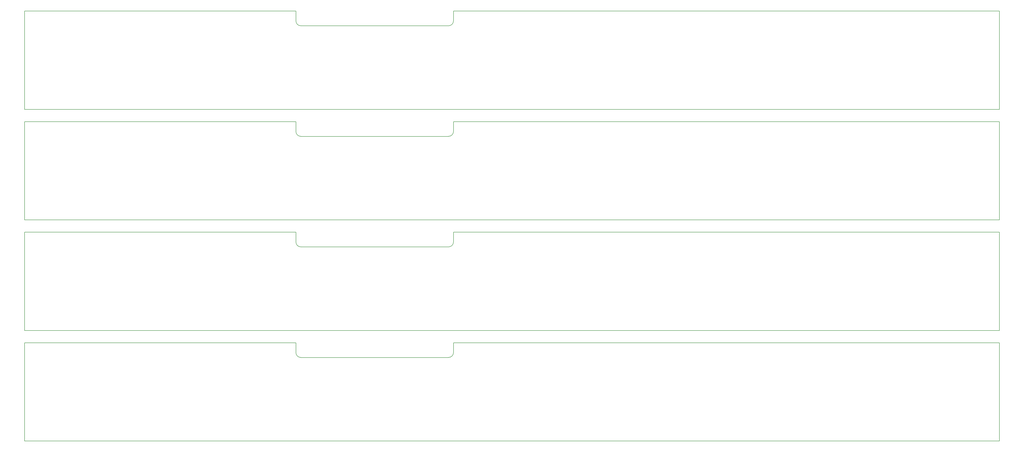
<source format=gbr>
G04 Panel Editor  V10.9 (Build 658) Date:  Fri Apr 01 11:37:23 2016 *
G04 Database: D:\work\gerber\dbr-s64-r01 1x4 panel\dbr-s64-r01.cam *
G04 Layer 16: border *
%FSTAX44Y44*%
%MOMM*%
%SFA1.000B1.000*%

%MIA0B0*%
%IPPOS*%
%ADD74C,0.20000*%
%LNborder*%
%LPD*%
G54D74*
X01802Y0042D02*
G75*
G03X01822Y0044J0002D01*
X01802Y0087D02*
G03X01822Y0089J0002D01*
X01802Y0132D02*
G03X01822Y0134J0002D01*
X01802Y0177D02*
G03X01822Y0179J0002D01*
X01182Y0044D02*
G03X01202Y0042I0002D01*
X01182Y0089D02*
G03X01202Y0087I0002D01*
X01182Y0134D02*
G03X01202Y0132I0002D01*
X01182Y0179D02*
G03X01202Y0177I0002D01*
Y0042D02*
G01X01802D01*
X01202Y0087D02*
G01X01802D01*
X01202Y0132D02*
G01X01802D01*
X01202Y0177D02*
G01X01802D01*
X01822Y0048D02*
G01X04040002D01*
X01822Y0093D02*
G01X04040002D01*
X01822Y0138D02*
G01X04040002D01*
X01822Y0183D02*
G01X04040002D01*
Y0008D02*
G01Y0048D01*
Y0053D02*
G01Y0093D01*
Y0098D02*
G01Y0138D01*
Y0143D02*
G01Y0183D01*
X0008Y0008D02*
G01X04040002D01*
X0008Y0053D02*
G01X04040002D01*
X0008Y0098D02*
G01X04040002D01*
X0008Y0143D02*
G01X04040002D01*
X0008Y0008D02*
G01Y0048D01*
Y0053D02*
G01Y0093D01*
Y0098D02*
G01Y0138D01*
Y0143D02*
G01Y0183D01*
X01182Y0044D02*
G01Y0048D01*
Y0089D02*
G01Y0093D01*
Y0134D02*
G01Y0138D01*
Y0179D02*
G01Y0183D01*
X0008Y0048D02*
G01X01182D01*
X0008Y0093D02*
G01X01182D01*
X0008Y0138D02*
G01X01182D01*
X0008Y0183D02*
G01X01182D01*
X01822Y0044D02*
G01Y0048D01*
Y0089D02*
G01Y0093D01*
Y0134D02*
G01Y0138D01*
Y0179D02*
G01Y0183D01*
M02*

</source>
